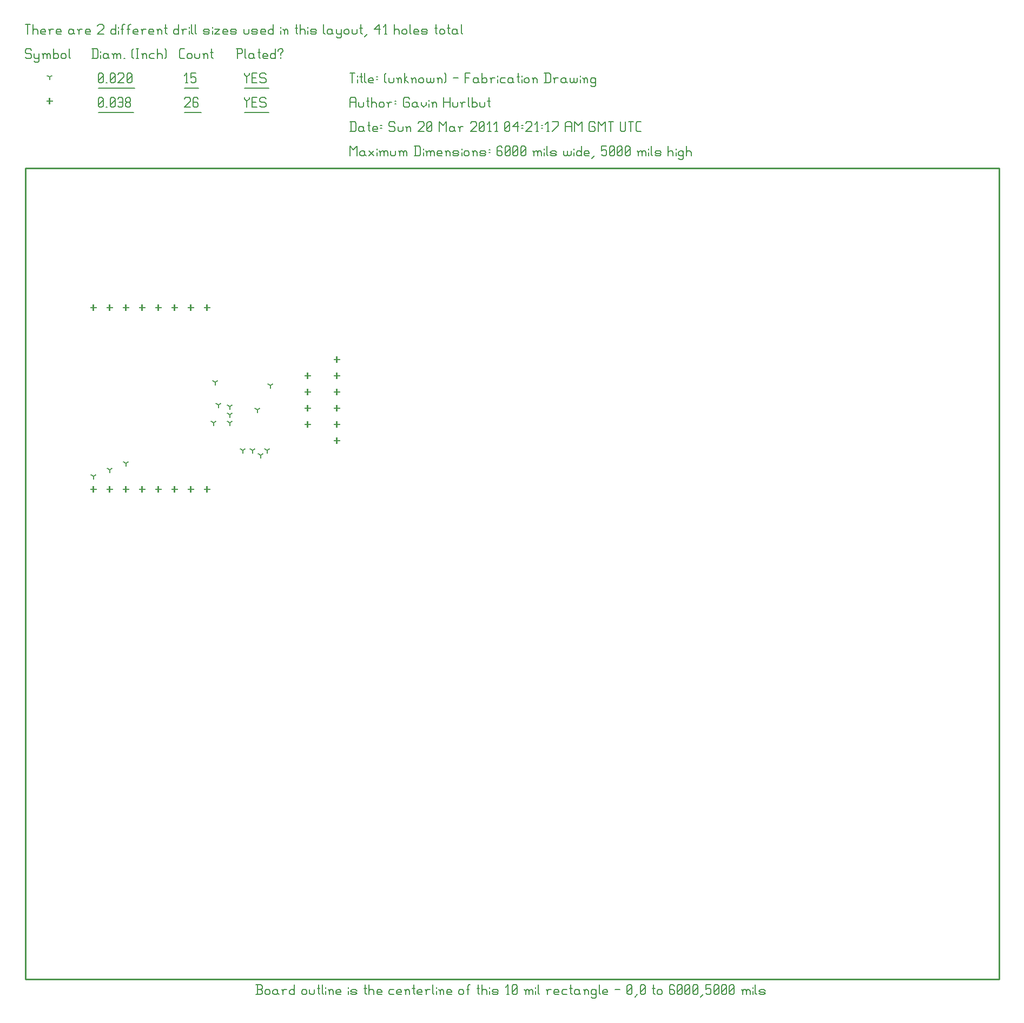
<source format=gbr>
G04 start of page 11 for group -3984 idx -3984 *
G04 Title: (unknown), fab *
G04 Creator: pcb 20091103 *
G04 CreationDate: Sun 20 Mar 2011 04:21:17 AM GMT UTC *
G04 For: gjhurlbu *
G04 Format: Gerber/RS-274X *
G04 PCB-Dimensions: 600000 500000 *
G04 PCB-Coordinate-Origin: lower left *
%MOIN*%
%FSLAX25Y25*%
%LNFAB*%
%ADD11C,0.0100*%
%ADD24R,0.0080X0.0080*%
%ADD25C,0.0060*%
G54D24*X174000Y373600D02*Y370400D01*
X172400Y372000D02*X175600D01*
X174000Y363600D02*Y360400D01*
X172400Y362000D02*X175600D01*
X174000Y353600D02*Y350400D01*
X172400Y352000D02*X175600D01*
X174000Y343600D02*Y340400D01*
X172400Y342000D02*X175600D01*
X42000Y303600D02*Y300400D01*
X40400Y302000D02*X43600D01*
X52000Y303600D02*Y300400D01*
X50400Y302000D02*X53600D01*
X62000Y303600D02*Y300400D01*
X60400Y302000D02*X63600D01*
X72000Y303600D02*Y300400D01*
X70400Y302000D02*X73600D01*
X82000Y303600D02*Y300400D01*
X80400Y302000D02*X83600D01*
X92000Y303600D02*Y300400D01*
X90400Y302000D02*X93600D01*
X102000Y303600D02*Y300400D01*
X100400Y302000D02*X103600D01*
X112000Y303600D02*Y300400D01*
X110400Y302000D02*X113600D01*
X42000Y415600D02*Y412400D01*
X40400Y414000D02*X43600D01*
X52000Y415600D02*Y412400D01*
X50400Y414000D02*X53600D01*
X62000Y415600D02*Y412400D01*
X60400Y414000D02*X63600D01*
X72000Y415600D02*Y412400D01*
X70400Y414000D02*X73600D01*
X82000Y415600D02*Y412400D01*
X80400Y414000D02*X83600D01*
X92000Y415600D02*Y412400D01*
X90400Y414000D02*X93600D01*
X102000Y415600D02*Y412400D01*
X100400Y414000D02*X103600D01*
X112000Y415600D02*Y412400D01*
X110400Y414000D02*X113600D01*
X192000Y383600D02*Y380400D01*
X190400Y382000D02*X193600D01*
X192000Y373600D02*Y370400D01*
X190400Y372000D02*X193600D01*
X192000Y363600D02*Y360400D01*
X190400Y362000D02*X193600D01*
X192000Y353600D02*Y350400D01*
X190400Y352000D02*X193600D01*
X192000Y343600D02*Y340400D01*
X190400Y342000D02*X193600D01*
X192000Y333600D02*Y330400D01*
X190400Y332000D02*X193600D01*
X15000Y542850D02*Y539650D01*
X13400Y541250D02*X16600D01*
G54D25*X135000Y543500D02*Y542750D01*
X136500Y541250D01*
X138000Y542750D01*
Y543500D02*Y542750D01*
X136500Y541250D02*Y537500D01*
X139801Y540500D02*X142051D01*
X139801Y537500D02*X142801D01*
X139801Y543500D02*Y537500D01*
Y543500D02*X142801D01*
X147603D02*X148353Y542750D01*
X145353Y543500D02*X147603D01*
X144603Y542750D02*X145353Y543500D01*
X144603Y542750D02*Y541250D01*
X145353Y540500D01*
X147603D01*
X148353Y539750D01*
Y538250D01*
X147603Y537500D02*X148353Y538250D01*
X145353Y537500D02*X147603D01*
X144603Y538250D02*X145353Y537500D01*
X135000Y534249D02*X150154D01*
X98000Y542750D02*X98750Y543500D01*
X101000D01*
X101750Y542750D01*
Y541250D01*
X98000Y537500D02*X101750Y541250D01*
X98000Y537500D02*X101750D01*
X105801Y543500D02*X106551Y542750D01*
X104301Y543500D02*X105801D01*
X103551Y542750D02*X104301Y543500D01*
X103551Y542750D02*Y538250D01*
X104301Y537500D01*
X105801Y540500D02*X106551Y539750D01*
X103551Y540500D02*X105801D01*
X104301Y537500D02*X105801D01*
X106551Y538250D01*
Y539750D02*Y538250D01*
X98000Y534249D02*X108353D01*
X45000Y538250D02*X45750Y537500D01*
X45000Y542750D02*Y538250D01*
Y542750D02*X45750Y543500D01*
X47250D01*
X48000Y542750D01*
Y538250D01*
X47250Y537500D02*X48000Y538250D01*
X45750Y537500D02*X47250D01*
X45000Y539000D02*X48000Y542000D01*
X49801Y537500D02*X50551D01*
X52353Y538250D02*X53103Y537500D01*
X52353Y542750D02*Y538250D01*
Y542750D02*X53103Y543500D01*
X54603D01*
X55353Y542750D01*
Y538250D01*
X54603Y537500D02*X55353Y538250D01*
X53103Y537500D02*X54603D01*
X52353Y539000D02*X55353Y542000D01*
X57154Y542750D02*X57904Y543500D01*
X59404D01*
X60154Y542750D01*
Y538250D01*
X59404Y537500D02*X60154Y538250D01*
X57904Y537500D02*X59404D01*
X57154Y538250D02*X57904Y537500D01*
Y540500D02*X60154D01*
X61956Y538250D02*X62706Y537500D01*
X61956Y539750D02*Y538250D01*
Y539750D02*X62706Y540500D01*
X64206D01*
X64956Y539750D01*
Y538250D01*
X64206Y537500D02*X64956Y538250D01*
X62706Y537500D02*X64206D01*
X61956Y541250D02*X62706Y540500D01*
X61956Y542750D02*Y541250D01*
Y542750D02*X62706Y543500D01*
X64206D01*
X64956Y542750D01*
Y541250D01*
X64206Y540500D02*X64956Y541250D01*
X45000Y534249D02*X66757D01*
X149000Y326000D02*Y324400D01*
Y326000D02*X150386Y326800D01*
X149000Y326000D02*X147614Y326800D01*
X143000Y351000D02*Y349400D01*
Y351000D02*X144386Y351800D01*
X143000Y351000D02*X141614Y351800D01*
X151000Y366000D02*Y364400D01*
Y366000D02*X152386Y366800D01*
X151000Y366000D02*X149614Y366800D01*
X145000Y323000D02*Y321400D01*
Y323000D02*X146386Y323800D01*
X145000Y323000D02*X143614Y323800D01*
X134000Y326000D02*Y324400D01*
Y326000D02*X135386Y326800D01*
X134000Y326000D02*X132614Y326800D01*
X119000Y354000D02*Y352400D01*
Y354000D02*X120386Y354800D01*
X119000Y354000D02*X117614Y354800D01*
X42000Y310000D02*Y308400D01*
Y310000D02*X43386Y310800D01*
X42000Y310000D02*X40614Y310800D01*
X52000Y314000D02*Y312400D01*
Y314000D02*X53386Y314800D01*
X52000Y314000D02*X50614Y314800D01*
X62000Y318000D02*Y316400D01*
Y318000D02*X63386Y318800D01*
X62000Y318000D02*X60614Y318800D01*
X126000Y353000D02*Y351400D01*
Y353000D02*X127386Y353800D01*
X126000Y353000D02*X124614Y353800D01*
X126000Y348000D02*Y346400D01*
Y348000D02*X127386Y348800D01*
X126000Y348000D02*X124614Y348800D01*
X140000Y326000D02*Y324400D01*
Y326000D02*X141386Y326800D01*
X140000Y326000D02*X138614Y326800D01*
X126000Y343000D02*Y341400D01*
Y343000D02*X127386Y343800D01*
X126000Y343000D02*X124614Y343800D01*
X116000Y343000D02*Y341400D01*
Y343000D02*X117386Y343800D01*
X116000Y343000D02*X114614Y343800D01*
X117000Y368000D02*Y366400D01*
Y368000D02*X118386Y368800D01*
X117000Y368000D02*X115614Y368800D01*
X15000Y556250D02*Y554650D01*
Y556250D02*X16386Y557050D01*
X15000Y556250D02*X13614Y557050D01*
X135000Y558500D02*Y557750D01*
X136500Y556250D01*
X138000Y557750D01*
Y558500D02*Y557750D01*
X136500Y556250D02*Y552500D01*
X139801Y555500D02*X142051D01*
X139801Y552500D02*X142801D01*
X139801Y558500D02*Y552500D01*
Y558500D02*X142801D01*
X147603D02*X148353Y557750D01*
X145353Y558500D02*X147603D01*
X144603Y557750D02*X145353Y558500D01*
X144603Y557750D02*Y556250D01*
X145353Y555500D01*
X147603D01*
X148353Y554750D01*
Y553250D01*
X147603Y552500D02*X148353Y553250D01*
X145353Y552500D02*X147603D01*
X144603Y553250D02*X145353Y552500D01*
X135000Y549249D02*X150154D01*
X98750Y552500D02*X100250D01*
X99500Y558500D02*Y552500D01*
X98000Y557000D02*X99500Y558500D01*
X102051D02*X105051D01*
X102051D02*Y555500D01*
X102801Y556250D01*
X104301D01*
X105051Y555500D01*
Y553250D01*
X104301Y552500D02*X105051Y553250D01*
X102801Y552500D02*X104301D01*
X102051Y553250D02*X102801Y552500D01*
X98000Y549249D02*X106853D01*
X45000Y553250D02*X45750Y552500D01*
X45000Y557750D02*Y553250D01*
Y557750D02*X45750Y558500D01*
X47250D01*
X48000Y557750D01*
Y553250D01*
X47250Y552500D02*X48000Y553250D01*
X45750Y552500D02*X47250D01*
X45000Y554000D02*X48000Y557000D01*
X49801Y552500D02*X50551D01*
X52353Y553250D02*X53103Y552500D01*
X52353Y557750D02*Y553250D01*
Y557750D02*X53103Y558500D01*
X54603D01*
X55353Y557750D01*
Y553250D01*
X54603Y552500D02*X55353Y553250D01*
X53103Y552500D02*X54603D01*
X52353Y554000D02*X55353Y557000D01*
X57154Y557750D02*X57904Y558500D01*
X60154D01*
X60904Y557750D01*
Y556250D01*
X57154Y552500D02*X60904Y556250D01*
X57154Y552500D02*X60904D01*
X62706Y553250D02*X63456Y552500D01*
X62706Y557750D02*Y553250D01*
Y557750D02*X63456Y558500D01*
X64956D01*
X65706Y557750D01*
Y553250D01*
X64956Y552500D02*X65706Y553250D01*
X63456Y552500D02*X64956D01*
X62706Y554000D02*X65706Y557000D01*
X45000Y549249D02*X67507D01*
X3000Y573500D02*X3750Y572750D01*
X750Y573500D02*X3000D01*
X0Y572750D02*X750Y573500D01*
X0Y572750D02*Y571250D01*
X750Y570500D01*
X3000D01*
X3750Y569750D01*
Y568250D01*
X3000Y567500D02*X3750Y568250D01*
X750Y567500D02*X3000D01*
X0Y568250D02*X750Y567500D01*
X5551Y570500D02*Y568250D01*
X6301Y567500D01*
X8551Y570500D02*Y566000D01*
X7801Y565250D02*X8551Y566000D01*
X6301Y565250D02*X7801D01*
X5551Y566000D02*X6301Y565250D01*
Y567500D02*X7801D01*
X8551Y568250D01*
X11103Y569750D02*Y567500D01*
Y569750D02*X11853Y570500D01*
X12603D01*
X13353Y569750D01*
Y567500D01*
Y569750D02*X14103Y570500D01*
X14853D01*
X15603Y569750D01*
Y567500D01*
X10353Y570500D02*X11103Y569750D01*
X17404Y573500D02*Y567500D01*
Y568250D02*X18154Y567500D01*
X19654D01*
X20404Y568250D01*
Y569750D02*Y568250D01*
X19654Y570500D02*X20404Y569750D01*
X18154Y570500D02*X19654D01*
X17404Y569750D02*X18154Y570500D01*
X22206Y569750D02*Y568250D01*
Y569750D02*X22956Y570500D01*
X24456D01*
X25206Y569750D01*
Y568250D01*
X24456Y567500D02*X25206Y568250D01*
X22956Y567500D02*X24456D01*
X22206Y568250D02*X22956Y567500D01*
X27007Y573500D02*Y568250D01*
X27757Y567500D01*
X41750Y573500D02*Y567500D01*
X44000Y573500D02*X44750Y572750D01*
Y568250D01*
X44000Y567500D02*X44750Y568250D01*
X41000Y567500D02*X44000D01*
X41000Y573500D02*X44000D01*
X46551Y572000D02*Y571250D01*
Y569750D02*Y567500D01*
X50303Y570500D02*X51053Y569750D01*
X48803Y570500D02*X50303D01*
X48053Y569750D02*X48803Y570500D01*
X48053Y569750D02*Y568250D01*
X48803Y567500D01*
X51053Y570500D02*Y568250D01*
X51803Y567500D01*
X48803D02*X50303D01*
X51053Y568250D01*
X54354Y569750D02*Y567500D01*
Y569750D02*X55104Y570500D01*
X55854D01*
X56604Y569750D01*
Y567500D01*
Y569750D02*X57354Y570500D01*
X58104D01*
X58854Y569750D01*
Y567500D01*
X53604Y570500D02*X54354Y569750D01*
X60656Y567500D02*X61406D01*
X65907Y568250D02*X66657Y567500D01*
X65907Y572750D02*X66657Y573500D01*
X65907Y572750D02*Y568250D01*
X68459Y573500D02*X69959D01*
X69209D02*Y567500D01*
X68459D02*X69959D01*
X72510Y569750D02*Y567500D01*
Y569750D02*X73260Y570500D01*
X74010D01*
X74760Y569750D01*
Y567500D01*
X71760Y570500D02*X72510Y569750D01*
X77312Y570500D02*X79562D01*
X76562Y569750D02*X77312Y570500D01*
X76562Y569750D02*Y568250D01*
X77312Y567500D01*
X79562D01*
X81363Y573500D02*Y567500D01*
Y569750D02*X82113Y570500D01*
X83613D01*
X84363Y569750D01*
Y567500D01*
X86165Y573500D02*X86915Y572750D01*
Y568250D01*
X86165Y567500D02*X86915Y568250D01*
X95750Y567500D02*X98000D01*
X95000Y568250D02*X95750Y567500D01*
X95000Y572750D02*Y568250D01*
Y572750D02*X95750Y573500D01*
X98000D01*
X99801Y569750D02*Y568250D01*
Y569750D02*X100551Y570500D01*
X102051D01*
X102801Y569750D01*
Y568250D01*
X102051Y567500D02*X102801Y568250D01*
X100551Y567500D02*X102051D01*
X99801Y568250D02*X100551Y567500D01*
X104603Y570500D02*Y568250D01*
X105353Y567500D01*
X106853D01*
X107603Y568250D01*
Y570500D02*Y568250D01*
X110154Y569750D02*Y567500D01*
Y569750D02*X110904Y570500D01*
X111654D01*
X112404Y569750D01*
Y567500D01*
X109404Y570500D02*X110154Y569750D01*
X114956Y573500D02*Y568250D01*
X115706Y567500D01*
X114206Y571250D02*X115706D01*
X130750Y573500D02*Y567500D01*
X130000Y573500D02*X133000D01*
X133750Y572750D01*
Y571250D01*
X133000Y570500D02*X133750Y571250D01*
X130750Y570500D02*X133000D01*
X135551Y573500D02*Y568250D01*
X136301Y567500D01*
X140053Y570500D02*X140803Y569750D01*
X138553Y570500D02*X140053D01*
X137803Y569750D02*X138553Y570500D01*
X137803Y569750D02*Y568250D01*
X138553Y567500D01*
X140803Y570500D02*Y568250D01*
X141553Y567500D01*
X138553D02*X140053D01*
X140803Y568250D01*
X144104Y573500D02*Y568250D01*
X144854Y567500D01*
X143354Y571250D02*X144854D01*
X147106Y567500D02*X149356D01*
X146356Y568250D02*X147106Y567500D01*
X146356Y569750D02*Y568250D01*
Y569750D02*X147106Y570500D01*
X148606D01*
X149356Y569750D01*
X146356Y569000D02*X149356D01*
Y569750D02*Y569000D01*
X154157Y573500D02*Y567500D01*
X153407D02*X154157Y568250D01*
X151907Y567500D02*X153407D01*
X151157Y568250D02*X151907Y567500D01*
X151157Y569750D02*Y568250D01*
Y569750D02*X151907Y570500D01*
X153407D01*
X154157Y569750D01*
X157459Y570500D02*Y569750D01*
Y568250D02*Y567500D01*
X155959Y572750D02*Y572000D01*
Y572750D02*X156709Y573500D01*
X158209D01*
X158959Y572750D01*
Y572000D01*
X157459Y570500D02*X158959Y572000D01*
X0Y588500D02*X3000D01*
X1500D02*Y582500D01*
X4801Y588500D02*Y582500D01*
Y584750D02*X5551Y585500D01*
X7051D01*
X7801Y584750D01*
Y582500D01*
X10353D02*X12603D01*
X9603Y583250D02*X10353Y582500D01*
X9603Y584750D02*Y583250D01*
Y584750D02*X10353Y585500D01*
X11853D01*
X12603Y584750D01*
X9603Y584000D02*X12603D01*
Y584750D02*Y584000D01*
X15154Y584750D02*Y582500D01*
Y584750D02*X15904Y585500D01*
X17404D01*
X14404D02*X15154Y584750D01*
X19956Y582500D02*X22206D01*
X19206Y583250D02*X19956Y582500D01*
X19206Y584750D02*Y583250D01*
Y584750D02*X19956Y585500D01*
X21456D01*
X22206Y584750D01*
X19206Y584000D02*X22206D01*
Y584750D02*Y584000D01*
X28957Y585500D02*X29707Y584750D01*
X27457Y585500D02*X28957D01*
X26707Y584750D02*X27457Y585500D01*
X26707Y584750D02*Y583250D01*
X27457Y582500D01*
X29707Y585500D02*Y583250D01*
X30457Y582500D01*
X27457D02*X28957D01*
X29707Y583250D01*
X33009Y584750D02*Y582500D01*
Y584750D02*X33759Y585500D01*
X35259D01*
X32259D02*X33009Y584750D01*
X37810Y582500D02*X40060D01*
X37060Y583250D02*X37810Y582500D01*
X37060Y584750D02*Y583250D01*
Y584750D02*X37810Y585500D01*
X39310D01*
X40060Y584750D01*
X37060Y584000D02*X40060D01*
Y584750D02*Y584000D01*
X44562Y587750D02*X45312Y588500D01*
X47562D01*
X48312Y587750D01*
Y586250D01*
X44562Y582500D02*X48312Y586250D01*
X44562Y582500D02*X48312D01*
X55813Y588500D02*Y582500D01*
X55063D02*X55813Y583250D01*
X53563Y582500D02*X55063D01*
X52813Y583250D02*X53563Y582500D01*
X52813Y584750D02*Y583250D01*
Y584750D02*X53563Y585500D01*
X55063D01*
X55813Y584750D01*
X57615Y587000D02*Y586250D01*
Y584750D02*Y582500D01*
X59866Y587750D02*Y582500D01*
Y587750D02*X60616Y588500D01*
X61366D01*
X59116Y585500D02*X60616D01*
X63618Y587750D02*Y582500D01*
Y587750D02*X64368Y588500D01*
X65118D01*
X62868Y585500D02*X64368D01*
X67369Y582500D02*X69619D01*
X66619Y583250D02*X67369Y582500D01*
X66619Y584750D02*Y583250D01*
Y584750D02*X67369Y585500D01*
X68869D01*
X69619Y584750D01*
X66619Y584000D02*X69619D01*
Y584750D02*Y584000D01*
X72171Y584750D02*Y582500D01*
Y584750D02*X72921Y585500D01*
X74421D01*
X71421D02*X72171Y584750D01*
X76972Y582500D02*X79222D01*
X76222Y583250D02*X76972Y582500D01*
X76222Y584750D02*Y583250D01*
Y584750D02*X76972Y585500D01*
X78472D01*
X79222Y584750D01*
X76222Y584000D02*X79222D01*
Y584750D02*Y584000D01*
X81774Y584750D02*Y582500D01*
Y584750D02*X82524Y585500D01*
X83274D01*
X84024Y584750D01*
Y582500D01*
X81024Y585500D02*X81774Y584750D01*
X86575Y588500D02*Y583250D01*
X87325Y582500D01*
X85825Y586250D02*X87325D01*
X94527Y588500D02*Y582500D01*
X93777D02*X94527Y583250D01*
X92277Y582500D02*X93777D01*
X91527Y583250D02*X92277Y582500D01*
X91527Y584750D02*Y583250D01*
Y584750D02*X92277Y585500D01*
X93777D01*
X94527Y584750D01*
X97078D02*Y582500D01*
Y584750D02*X97828Y585500D01*
X99328D01*
X96328D02*X97078Y584750D01*
X101130Y587000D02*Y586250D01*
Y584750D02*Y582500D01*
X102631Y588500D02*Y583250D01*
X103381Y582500D01*
X104883Y588500D02*Y583250D01*
X105633Y582500D01*
X110584D02*X112834D01*
X113584Y583250D01*
X112834Y584000D02*X113584Y583250D01*
X110584Y584000D02*X112834D01*
X109834Y584750D02*X110584Y584000D01*
X109834Y584750D02*X110584Y585500D01*
X112834D01*
X113584Y584750D01*
X109834Y583250D02*X110584Y582500D01*
X115386Y587000D02*Y586250D01*
Y584750D02*Y582500D01*
X116887Y585500D02*X119887D01*
X116887Y582500D02*X119887Y585500D01*
X116887Y582500D02*X119887D01*
X122439D02*X124689D01*
X121689Y583250D02*X122439Y582500D01*
X121689Y584750D02*Y583250D01*
Y584750D02*X122439Y585500D01*
X123939D01*
X124689Y584750D01*
X121689Y584000D02*X124689D01*
Y584750D02*Y584000D01*
X127240Y582500D02*X129490D01*
X130240Y583250D01*
X129490Y584000D02*X130240Y583250D01*
X127240Y584000D02*X129490D01*
X126490Y584750D02*X127240Y584000D01*
X126490Y584750D02*X127240Y585500D01*
X129490D01*
X130240Y584750D01*
X126490Y583250D02*X127240Y582500D01*
X134742Y585500D02*Y583250D01*
X135492Y582500D01*
X136992D01*
X137742Y583250D01*
Y585500D02*Y583250D01*
X140293Y582500D02*X142543D01*
X143293Y583250D01*
X142543Y584000D02*X143293Y583250D01*
X140293Y584000D02*X142543D01*
X139543Y584750D02*X140293Y584000D01*
X139543Y584750D02*X140293Y585500D01*
X142543D01*
X143293Y584750D01*
X139543Y583250D02*X140293Y582500D01*
X145845D02*X148095D01*
X145095Y583250D02*X145845Y582500D01*
X145095Y584750D02*Y583250D01*
Y584750D02*X145845Y585500D01*
X147345D01*
X148095Y584750D01*
X145095Y584000D02*X148095D01*
Y584750D02*Y584000D01*
X152896Y588500D02*Y582500D01*
X152146D02*X152896Y583250D01*
X150646Y582500D02*X152146D01*
X149896Y583250D02*X150646Y582500D01*
X149896Y584750D02*Y583250D01*
Y584750D02*X150646Y585500D01*
X152146D01*
X152896Y584750D01*
X157398Y587000D02*Y586250D01*
Y584750D02*Y582500D01*
X159649Y584750D02*Y582500D01*
Y584750D02*X160399Y585500D01*
X161149D01*
X161899Y584750D01*
Y582500D01*
X158899Y585500D02*X159649Y584750D01*
X167151Y588500D02*Y583250D01*
X167901Y582500D01*
X166401Y586250D02*X167901D01*
X169402Y588500D02*Y582500D01*
Y584750D02*X170152Y585500D01*
X171652D01*
X172402Y584750D01*
Y582500D01*
X174204Y587000D02*Y586250D01*
Y584750D02*Y582500D01*
X176455D02*X178705D01*
X179455Y583250D01*
X178705Y584000D02*X179455Y583250D01*
X176455Y584000D02*X178705D01*
X175705Y584750D02*X176455Y584000D01*
X175705Y584750D02*X176455Y585500D01*
X178705D01*
X179455Y584750D01*
X175705Y583250D02*X176455Y582500D01*
X183957Y588500D02*Y583250D01*
X184707Y582500D01*
X188458Y585500D02*X189208Y584750D01*
X186958Y585500D02*X188458D01*
X186208Y584750D02*X186958Y585500D01*
X186208Y584750D02*Y583250D01*
X186958Y582500D01*
X189208Y585500D02*Y583250D01*
X189958Y582500D01*
X186958D02*X188458D01*
X189208Y583250D01*
X191760Y585500D02*Y583250D01*
X192510Y582500D01*
X194760Y585500D02*Y581000D01*
X194010Y580250D02*X194760Y581000D01*
X192510Y580250D02*X194010D01*
X191760Y581000D02*X192510Y580250D01*
Y582500D02*X194010D01*
X194760Y583250D01*
X196561Y584750D02*Y583250D01*
Y584750D02*X197311Y585500D01*
X198811D01*
X199561Y584750D01*
Y583250D01*
X198811Y582500D02*X199561Y583250D01*
X197311Y582500D02*X198811D01*
X196561Y583250D02*X197311Y582500D01*
X201363Y585500D02*Y583250D01*
X202113Y582500D01*
X203613D01*
X204363Y583250D01*
Y585500D02*Y583250D01*
X206914Y588500D02*Y583250D01*
X207664Y582500D01*
X206164Y586250D02*X207664D01*
X209166Y581000D02*X210666Y582500D01*
X215167Y585500D02*X218167Y588500D01*
X215167Y585500D02*X218917D01*
X218167Y588500D02*Y582500D01*
X221469D02*X222969D01*
X222219Y588500D02*Y582500D01*
X220719Y587000D02*X222219Y588500D01*
X227470D02*Y582500D01*
Y584750D02*X228220Y585500D01*
X229720D01*
X230470Y584750D01*
Y582500D01*
X232272Y584750D02*Y583250D01*
Y584750D02*X233022Y585500D01*
X234522D01*
X235272Y584750D01*
Y583250D01*
X234522Y582500D02*X235272Y583250D01*
X233022Y582500D02*X234522D01*
X232272Y583250D02*X233022Y582500D01*
X237073Y588500D02*Y583250D01*
X237823Y582500D01*
X240075D02*X242325D01*
X239325Y583250D02*X240075Y582500D01*
X239325Y584750D02*Y583250D01*
Y584750D02*X240075Y585500D01*
X241575D01*
X242325Y584750D01*
X239325Y584000D02*X242325D01*
Y584750D02*Y584000D01*
X244876Y582500D02*X247126D01*
X247876Y583250D01*
X247126Y584000D02*X247876Y583250D01*
X244876Y584000D02*X247126D01*
X244126Y584750D02*X244876Y584000D01*
X244126Y584750D02*X244876Y585500D01*
X247126D01*
X247876Y584750D01*
X244126Y583250D02*X244876Y582500D01*
X253128Y588500D02*Y583250D01*
X253878Y582500D01*
X252378Y586250D02*X253878D01*
X255379Y584750D02*Y583250D01*
Y584750D02*X256129Y585500D01*
X257629D01*
X258379Y584750D01*
Y583250D01*
X257629Y582500D02*X258379Y583250D01*
X256129Y582500D02*X257629D01*
X255379Y583250D02*X256129Y582500D01*
X260931Y588500D02*Y583250D01*
X261681Y582500D01*
X260181Y586250D02*X261681D01*
X265432Y585500D02*X266182Y584750D01*
X263932Y585500D02*X265432D01*
X263182Y584750D02*X263932Y585500D01*
X263182Y584750D02*Y583250D01*
X263932Y582500D01*
X266182Y585500D02*Y583250D01*
X266932Y582500D01*
X263932D02*X265432D01*
X266182Y583250D01*
X268734Y588500D02*Y583250D01*
X269484Y582500D01*
G54D11*X0Y500000D02*X600000D01*
X0D02*Y0D01*
X600000Y500000D02*Y0D01*
X0D02*X600000D01*
G54D25*X200000Y513500D02*Y507500D01*
Y513500D02*X202250Y511250D01*
X204500Y513500D01*
Y507500D01*
X208551Y510500D02*X209301Y509750D01*
X207051Y510500D02*X208551D01*
X206301Y509750D02*X207051Y510500D01*
X206301Y509750D02*Y508250D01*
X207051Y507500D01*
X209301Y510500D02*Y508250D01*
X210051Y507500D01*
X207051D02*X208551D01*
X209301Y508250D01*
X211853Y510500D02*X214853Y507500D01*
X211853D02*X214853Y510500D01*
X216654Y512000D02*Y511250D01*
Y509750D02*Y507500D01*
X218906Y509750D02*Y507500D01*
Y509750D02*X219656Y510500D01*
X220406D01*
X221156Y509750D01*
Y507500D01*
Y509750D02*X221906Y510500D01*
X222656D01*
X223406Y509750D01*
Y507500D01*
X218156Y510500D02*X218906Y509750D01*
X225207Y510500D02*Y508250D01*
X225957Y507500D01*
X227457D01*
X228207Y508250D01*
Y510500D02*Y508250D01*
X230759Y509750D02*Y507500D01*
Y509750D02*X231509Y510500D01*
X232259D01*
X233009Y509750D01*
Y507500D01*
Y509750D02*X233759Y510500D01*
X234509D01*
X235259Y509750D01*
Y507500D01*
X230009Y510500D02*X230759Y509750D01*
X240510Y513500D02*Y507500D01*
X242760Y513500D02*X243510Y512750D01*
Y508250D01*
X242760Y507500D02*X243510Y508250D01*
X239760Y507500D02*X242760D01*
X239760Y513500D02*X242760D01*
X245312Y512000D02*Y511250D01*
Y509750D02*Y507500D01*
X247563Y509750D02*Y507500D01*
Y509750D02*X248313Y510500D01*
X249063D01*
X249813Y509750D01*
Y507500D01*
Y509750D02*X250563Y510500D01*
X251313D01*
X252063Y509750D01*
Y507500D01*
X246813Y510500D02*X247563Y509750D01*
X254615Y507500D02*X256865D01*
X253865Y508250D02*X254615Y507500D01*
X253865Y509750D02*Y508250D01*
Y509750D02*X254615Y510500D01*
X256115D01*
X256865Y509750D01*
X253865Y509000D02*X256865D01*
Y509750D02*Y509000D01*
X259416Y509750D02*Y507500D01*
Y509750D02*X260166Y510500D01*
X260916D01*
X261666Y509750D01*
Y507500D01*
X258666Y510500D02*X259416Y509750D01*
X264218Y507500D02*X266468D01*
X267218Y508250D01*
X266468Y509000D02*X267218Y508250D01*
X264218Y509000D02*X266468D01*
X263468Y509750D02*X264218Y509000D01*
X263468Y509750D02*X264218Y510500D01*
X266468D01*
X267218Y509750D01*
X263468Y508250D02*X264218Y507500D01*
X269019Y512000D02*Y511250D01*
Y509750D02*Y507500D01*
X270521Y509750D02*Y508250D01*
Y509750D02*X271271Y510500D01*
X272771D01*
X273521Y509750D01*
Y508250D01*
X272771Y507500D02*X273521Y508250D01*
X271271Y507500D02*X272771D01*
X270521Y508250D02*X271271Y507500D01*
X276072Y509750D02*Y507500D01*
Y509750D02*X276822Y510500D01*
X277572D01*
X278322Y509750D01*
Y507500D01*
X275322Y510500D02*X276072Y509750D01*
X280874Y507500D02*X283124D01*
X283874Y508250D01*
X283124Y509000D02*X283874Y508250D01*
X280874Y509000D02*X283124D01*
X280124Y509750D02*X280874Y509000D01*
X280124Y509750D02*X280874Y510500D01*
X283124D01*
X283874Y509750D01*
X280124Y508250D02*X280874Y507500D01*
X285675Y511250D02*X286425D01*
X285675Y509750D02*X286425D01*
X293177Y513500D02*X293927Y512750D01*
X291677Y513500D02*X293177D01*
X290927Y512750D02*X291677Y513500D01*
X290927Y512750D02*Y508250D01*
X291677Y507500D01*
X293177Y510500D02*X293927Y509750D01*
X290927Y510500D02*X293177D01*
X291677Y507500D02*X293177D01*
X293927Y508250D01*
Y509750D02*Y508250D01*
X295728D02*X296478Y507500D01*
X295728Y512750D02*Y508250D01*
Y512750D02*X296478Y513500D01*
X297978D01*
X298728Y512750D01*
Y508250D01*
X297978Y507500D02*X298728Y508250D01*
X296478Y507500D02*X297978D01*
X295728Y509000D02*X298728Y512000D01*
X300530Y508250D02*X301280Y507500D01*
X300530Y512750D02*Y508250D01*
Y512750D02*X301280Y513500D01*
X302780D01*
X303530Y512750D01*
Y508250D01*
X302780Y507500D02*X303530Y508250D01*
X301280Y507500D02*X302780D01*
X300530Y509000D02*X303530Y512000D01*
X305331Y508250D02*X306081Y507500D01*
X305331Y512750D02*Y508250D01*
Y512750D02*X306081Y513500D01*
X307581D01*
X308331Y512750D01*
Y508250D01*
X307581Y507500D02*X308331Y508250D01*
X306081Y507500D02*X307581D01*
X305331Y509000D02*X308331Y512000D01*
X313583Y509750D02*Y507500D01*
Y509750D02*X314333Y510500D01*
X315083D01*
X315833Y509750D01*
Y507500D01*
Y509750D02*X316583Y510500D01*
X317333D01*
X318083Y509750D01*
Y507500D01*
X312833Y510500D02*X313583Y509750D01*
X319884Y512000D02*Y511250D01*
Y509750D02*Y507500D01*
X321386Y513500D02*Y508250D01*
X322136Y507500D01*
X324387D02*X326637D01*
X327387Y508250D01*
X326637Y509000D02*X327387Y508250D01*
X324387Y509000D02*X326637D01*
X323637Y509750D02*X324387Y509000D01*
X323637Y509750D02*X324387Y510500D01*
X326637D01*
X327387Y509750D01*
X323637Y508250D02*X324387Y507500D01*
X331889Y510500D02*Y508250D01*
X332639Y507500D01*
X333389D01*
X334139Y508250D01*
Y510500D02*Y508250D01*
X334889Y507500D01*
X335639D01*
X336389Y508250D01*
Y510500D02*Y508250D01*
X338190Y512000D02*Y511250D01*
Y509750D02*Y507500D01*
X342692Y513500D02*Y507500D01*
X341942D02*X342692Y508250D01*
X340442Y507500D02*X341942D01*
X339692Y508250D02*X340442Y507500D01*
X339692Y509750D02*Y508250D01*
Y509750D02*X340442Y510500D01*
X341942D01*
X342692Y509750D01*
X345243Y507500D02*X347493D01*
X344493Y508250D02*X345243Y507500D01*
X344493Y509750D02*Y508250D01*
Y509750D02*X345243Y510500D01*
X346743D01*
X347493Y509750D01*
X344493Y509000D02*X347493D01*
Y509750D02*Y509000D01*
X349295Y506000D02*X350795Y507500D01*
X355296Y513500D02*X358296D01*
X355296D02*Y510500D01*
X356046Y511250D01*
X357546D01*
X358296Y510500D01*
Y508250D01*
X357546Y507500D02*X358296Y508250D01*
X356046Y507500D02*X357546D01*
X355296Y508250D02*X356046Y507500D01*
X360098Y508250D02*X360848Y507500D01*
X360098Y512750D02*Y508250D01*
Y512750D02*X360848Y513500D01*
X362348D01*
X363098Y512750D01*
Y508250D01*
X362348Y507500D02*X363098Y508250D01*
X360848Y507500D02*X362348D01*
X360098Y509000D02*X363098Y512000D01*
X364899Y508250D02*X365649Y507500D01*
X364899Y512750D02*Y508250D01*
Y512750D02*X365649Y513500D01*
X367149D01*
X367899Y512750D01*
Y508250D01*
X367149Y507500D02*X367899Y508250D01*
X365649Y507500D02*X367149D01*
X364899Y509000D02*X367899Y512000D01*
X369701Y508250D02*X370451Y507500D01*
X369701Y512750D02*Y508250D01*
Y512750D02*X370451Y513500D01*
X371951D01*
X372701Y512750D01*
Y508250D01*
X371951Y507500D02*X372701Y508250D01*
X370451Y507500D02*X371951D01*
X369701Y509000D02*X372701Y512000D01*
X377952Y509750D02*Y507500D01*
Y509750D02*X378702Y510500D01*
X379452D01*
X380202Y509750D01*
Y507500D01*
Y509750D02*X380952Y510500D01*
X381702D01*
X382452Y509750D01*
Y507500D01*
X377202Y510500D02*X377952Y509750D01*
X384254Y512000D02*Y511250D01*
Y509750D02*Y507500D01*
X385755Y513500D02*Y508250D01*
X386505Y507500D01*
X388757D02*X391007D01*
X391757Y508250D01*
X391007Y509000D02*X391757Y508250D01*
X388757Y509000D02*X391007D01*
X388007Y509750D02*X388757Y509000D01*
X388007Y509750D02*X388757Y510500D01*
X391007D01*
X391757Y509750D01*
X388007Y508250D02*X388757Y507500D01*
X396258Y513500D02*Y507500D01*
Y509750D02*X397008Y510500D01*
X398508D01*
X399258Y509750D01*
Y507500D01*
X401060Y512000D02*Y511250D01*
Y509750D02*Y507500D01*
X404811Y510500D02*X405561Y509750D01*
X403311Y510500D02*X404811D01*
X402561Y509750D02*X403311Y510500D01*
X402561Y509750D02*Y508250D01*
X403311Y507500D01*
X404811D01*
X405561Y508250D01*
X402561Y506000D02*X403311Y505250D01*
X404811D01*
X405561Y506000D01*
Y510500D02*Y506000D01*
X407363Y513500D02*Y507500D01*
Y509750D02*X408113Y510500D01*
X409613D01*
X410363Y509750D01*
Y507500D01*
X142226Y-9500D02*X145226D01*
X145976Y-8750D01*
Y-7250D02*Y-8750D01*
X145226Y-6500D02*X145976Y-7250D01*
X142976Y-6500D02*X145226D01*
X142976Y-3500D02*Y-9500D01*
X142226Y-3500D02*X145226D01*
X145976Y-4250D01*
Y-5750D01*
X145226Y-6500D02*X145976Y-5750D01*
X147777Y-7250D02*Y-8750D01*
Y-7250D02*X148527Y-6500D01*
X150027D01*
X150777Y-7250D01*
Y-8750D01*
X150027Y-9500D02*X150777Y-8750D01*
X148527Y-9500D02*X150027D01*
X147777Y-8750D02*X148527Y-9500D01*
X154829Y-6500D02*X155579Y-7250D01*
X153329Y-6500D02*X154829D01*
X152579Y-7250D02*X153329Y-6500D01*
X152579Y-7250D02*Y-8750D01*
X153329Y-9500D01*
X155579Y-6500D02*Y-8750D01*
X156329Y-9500D01*
X153329D02*X154829D01*
X155579Y-8750D01*
X158880Y-7250D02*Y-9500D01*
Y-7250D02*X159630Y-6500D01*
X161130D01*
X158130D02*X158880Y-7250D01*
X165932Y-3500D02*Y-9500D01*
X165182D02*X165932Y-8750D01*
X163682Y-9500D02*X165182D01*
X162932Y-8750D02*X163682Y-9500D01*
X162932Y-7250D02*Y-8750D01*
Y-7250D02*X163682Y-6500D01*
X165182D01*
X165932Y-7250D01*
X170433D02*Y-8750D01*
Y-7250D02*X171183Y-6500D01*
X172683D01*
X173433Y-7250D01*
Y-8750D01*
X172683Y-9500D02*X173433Y-8750D01*
X171183Y-9500D02*X172683D01*
X170433Y-8750D02*X171183Y-9500D01*
X175235Y-6500D02*Y-8750D01*
X175985Y-9500D01*
X177485D01*
X178235Y-8750D01*
Y-6500D02*Y-8750D01*
X180786Y-3500D02*Y-8750D01*
X181536Y-9500D01*
X180036Y-5750D02*X181536D01*
X183038Y-3500D02*Y-8750D01*
X183788Y-9500D01*
X185289Y-5000D02*Y-5750D01*
Y-7250D02*Y-9500D01*
X187541Y-7250D02*Y-9500D01*
Y-7250D02*X188291Y-6500D01*
X189041D01*
X189791Y-7250D01*
Y-9500D01*
X186791Y-6500D02*X187541Y-7250D01*
X192342Y-9500D02*X194592D01*
X191592Y-8750D02*X192342Y-9500D01*
X191592Y-7250D02*Y-8750D01*
Y-7250D02*X192342Y-6500D01*
X193842D01*
X194592Y-7250D01*
X191592Y-8000D02*X194592D01*
Y-7250D02*Y-8000D01*
X199094Y-5000D02*Y-5750D01*
Y-7250D02*Y-9500D01*
X201345D02*X203595D01*
X204345Y-8750D01*
X203595Y-8000D02*X204345Y-8750D01*
X201345Y-8000D02*X203595D01*
X200595Y-7250D02*X201345Y-8000D01*
X200595Y-7250D02*X201345Y-6500D01*
X203595D01*
X204345Y-7250D01*
X200595Y-8750D02*X201345Y-9500D01*
X209597Y-3500D02*Y-8750D01*
X210347Y-9500D01*
X208847Y-5750D02*X210347D01*
X211848Y-3500D02*Y-9500D01*
Y-7250D02*X212598Y-6500D01*
X214098D01*
X214848Y-7250D01*
Y-9500D01*
X217400D02*X219650D01*
X216650Y-8750D02*X217400Y-9500D01*
X216650Y-7250D02*Y-8750D01*
Y-7250D02*X217400Y-6500D01*
X218900D01*
X219650Y-7250D01*
X216650Y-8000D02*X219650D01*
Y-7250D02*Y-8000D01*
X224901Y-6500D02*X227151D01*
X224151Y-7250D02*X224901Y-6500D01*
X224151Y-7250D02*Y-8750D01*
X224901Y-9500D01*
X227151D01*
X229703D02*X231953D01*
X228953Y-8750D02*X229703Y-9500D01*
X228953Y-7250D02*Y-8750D01*
Y-7250D02*X229703Y-6500D01*
X231203D01*
X231953Y-7250D01*
X228953Y-8000D02*X231953D01*
Y-7250D02*Y-8000D01*
X234504Y-7250D02*Y-9500D01*
Y-7250D02*X235254Y-6500D01*
X236004D01*
X236754Y-7250D01*
Y-9500D01*
X233754Y-6500D02*X234504Y-7250D01*
X239306Y-3500D02*Y-8750D01*
X240056Y-9500D01*
X238556Y-5750D02*X240056D01*
X242307Y-9500D02*X244557D01*
X241557Y-8750D02*X242307Y-9500D01*
X241557Y-7250D02*Y-8750D01*
Y-7250D02*X242307Y-6500D01*
X243807D01*
X244557Y-7250D01*
X241557Y-8000D02*X244557D01*
Y-7250D02*Y-8000D01*
X247109Y-7250D02*Y-9500D01*
Y-7250D02*X247859Y-6500D01*
X249359D01*
X246359D02*X247109Y-7250D01*
X251160Y-3500D02*Y-8750D01*
X251910Y-9500D01*
X253412Y-5000D02*Y-5750D01*
Y-7250D02*Y-9500D01*
X255663Y-7250D02*Y-9500D01*
Y-7250D02*X256413Y-6500D01*
X257163D01*
X257913Y-7250D01*
Y-9500D01*
X254913Y-6500D02*X255663Y-7250D01*
X260465Y-9500D02*X262715D01*
X259715Y-8750D02*X260465Y-9500D01*
X259715Y-7250D02*Y-8750D01*
Y-7250D02*X260465Y-6500D01*
X261965D01*
X262715Y-7250D01*
X259715Y-8000D02*X262715D01*
Y-7250D02*Y-8000D01*
X267216Y-7250D02*Y-8750D01*
Y-7250D02*X267966Y-6500D01*
X269466D01*
X270216Y-7250D01*
Y-8750D01*
X269466Y-9500D02*X270216Y-8750D01*
X267966Y-9500D02*X269466D01*
X267216Y-8750D02*X267966Y-9500D01*
X272768Y-4250D02*Y-9500D01*
Y-4250D02*X273518Y-3500D01*
X274268D01*
X272018Y-6500D02*X273518D01*
X279219Y-3500D02*Y-8750D01*
X279969Y-9500D01*
X278469Y-5750D02*X279969D01*
X281471Y-3500D02*Y-9500D01*
Y-7250D02*X282221Y-6500D01*
X283721D01*
X284471Y-7250D01*
Y-9500D01*
X286272Y-5000D02*Y-5750D01*
Y-7250D02*Y-9500D01*
X288524D02*X290774D01*
X291524Y-8750D01*
X290774Y-8000D02*X291524Y-8750D01*
X288524Y-8000D02*X290774D01*
X287774Y-7250D02*X288524Y-8000D01*
X287774Y-7250D02*X288524Y-6500D01*
X290774D01*
X291524Y-7250D01*
X287774Y-8750D02*X288524Y-9500D01*
X296775D02*X298275D01*
X297525Y-3500D02*Y-9500D01*
X296025Y-5000D02*X297525Y-3500D01*
X300077Y-8750D02*X300827Y-9500D01*
X300077Y-4250D02*Y-8750D01*
Y-4250D02*X300827Y-3500D01*
X302327D01*
X303077Y-4250D01*
Y-8750D01*
X302327Y-9500D02*X303077Y-8750D01*
X300827Y-9500D02*X302327D01*
X300077Y-8000D02*X303077Y-5000D01*
X308328Y-7250D02*Y-9500D01*
Y-7250D02*X309078Y-6500D01*
X309828D01*
X310578Y-7250D01*
Y-9500D01*
Y-7250D02*X311328Y-6500D01*
X312078D01*
X312828Y-7250D01*
Y-9500D01*
X307578Y-6500D02*X308328Y-7250D01*
X314630Y-5000D02*Y-5750D01*
Y-7250D02*Y-9500D01*
X316131Y-3500D02*Y-8750D01*
X316881Y-9500D01*
X321833Y-7250D02*Y-9500D01*
Y-7250D02*X322583Y-6500D01*
X324083D01*
X321083D02*X321833Y-7250D01*
X326634Y-9500D02*X328884D01*
X325884Y-8750D02*X326634Y-9500D01*
X325884Y-7250D02*Y-8750D01*
Y-7250D02*X326634Y-6500D01*
X328134D01*
X328884Y-7250D01*
X325884Y-8000D02*X328884D01*
Y-7250D02*Y-8000D01*
X331436Y-6500D02*X333686D01*
X330686Y-7250D02*X331436Y-6500D01*
X330686Y-7250D02*Y-8750D01*
X331436Y-9500D01*
X333686D01*
X336237Y-3500D02*Y-8750D01*
X336987Y-9500D01*
X335487Y-5750D02*X336987D01*
X340739Y-6500D02*X341489Y-7250D01*
X339239Y-6500D02*X340739D01*
X338489Y-7250D02*X339239Y-6500D01*
X338489Y-7250D02*Y-8750D01*
X339239Y-9500D01*
X341489Y-6500D02*Y-8750D01*
X342239Y-9500D01*
X339239D02*X340739D01*
X341489Y-8750D01*
X344790Y-7250D02*Y-9500D01*
Y-7250D02*X345540Y-6500D01*
X346290D01*
X347040Y-7250D01*
Y-9500D01*
X344040Y-6500D02*X344790Y-7250D01*
X351092Y-6500D02*X351842Y-7250D01*
X349592Y-6500D02*X351092D01*
X348842Y-7250D02*X349592Y-6500D01*
X348842Y-7250D02*Y-8750D01*
X349592Y-9500D01*
X351092D01*
X351842Y-8750D01*
X348842Y-11000D02*X349592Y-11750D01*
X351092D01*
X351842Y-11000D01*
Y-6500D02*Y-11000D01*
X353643Y-3500D02*Y-8750D01*
X354393Y-9500D01*
X356645D02*X358895D01*
X355895Y-8750D02*X356645Y-9500D01*
X355895Y-7250D02*Y-8750D01*
Y-7250D02*X356645Y-6500D01*
X358145D01*
X358895Y-7250D01*
X355895Y-8000D02*X358895D01*
Y-7250D02*Y-8000D01*
X363396Y-6500D02*X366396D01*
X370898Y-8750D02*X371648Y-9500D01*
X370898Y-4250D02*Y-8750D01*
Y-4250D02*X371648Y-3500D01*
X373148D01*
X373898Y-4250D01*
Y-8750D01*
X373148Y-9500D02*X373898Y-8750D01*
X371648Y-9500D02*X373148D01*
X370898Y-8000D02*X373898Y-5000D01*
X375699Y-11000D02*X377199Y-9500D01*
X379001Y-8750D02*X379751Y-9500D01*
X379001Y-4250D02*Y-8750D01*
Y-4250D02*X379751Y-3500D01*
X381251D01*
X382001Y-4250D01*
Y-8750D01*
X381251Y-9500D02*X382001Y-8750D01*
X379751Y-9500D02*X381251D01*
X379001Y-8000D02*X382001Y-5000D01*
X387252Y-3500D02*Y-8750D01*
X388002Y-9500D01*
X386502Y-5750D02*X388002D01*
X389504Y-7250D02*Y-8750D01*
Y-7250D02*X390254Y-6500D01*
X391754D01*
X392504Y-7250D01*
Y-8750D01*
X391754Y-9500D02*X392504Y-8750D01*
X390254Y-9500D02*X391754D01*
X389504Y-8750D02*X390254Y-9500D01*
X399255Y-3500D02*X400005Y-4250D01*
X397755Y-3500D02*X399255D01*
X397005Y-4250D02*X397755Y-3500D01*
X397005Y-4250D02*Y-8750D01*
X397755Y-9500D01*
X399255Y-6500D02*X400005Y-7250D01*
X397005Y-6500D02*X399255D01*
X397755Y-9500D02*X399255D01*
X400005Y-8750D01*
Y-7250D02*Y-8750D01*
X401807D02*X402557Y-9500D01*
X401807Y-4250D02*Y-8750D01*
Y-4250D02*X402557Y-3500D01*
X404057D01*
X404807Y-4250D01*
Y-8750D01*
X404057Y-9500D02*X404807Y-8750D01*
X402557Y-9500D02*X404057D01*
X401807Y-8000D02*X404807Y-5000D01*
X406608Y-8750D02*X407358Y-9500D01*
X406608Y-4250D02*Y-8750D01*
Y-4250D02*X407358Y-3500D01*
X408858D01*
X409608Y-4250D01*
Y-8750D01*
X408858Y-9500D02*X409608Y-8750D01*
X407358Y-9500D02*X408858D01*
X406608Y-8000D02*X409608Y-5000D01*
X411410Y-8750D02*X412160Y-9500D01*
X411410Y-4250D02*Y-8750D01*
Y-4250D02*X412160Y-3500D01*
X413660D01*
X414410Y-4250D01*
Y-8750D01*
X413660Y-9500D02*X414410Y-8750D01*
X412160Y-9500D02*X413660D01*
X411410Y-8000D02*X414410Y-5000D01*
X416211Y-11000D02*X417711Y-9500D01*
X419513Y-3500D02*X422513D01*
X419513D02*Y-6500D01*
X420263Y-5750D01*
X421763D01*
X422513Y-6500D01*
Y-8750D01*
X421763Y-9500D02*X422513Y-8750D01*
X420263Y-9500D02*X421763D01*
X419513Y-8750D02*X420263Y-9500D01*
X424314Y-8750D02*X425064Y-9500D01*
X424314Y-4250D02*Y-8750D01*
Y-4250D02*X425064Y-3500D01*
X426564D01*
X427314Y-4250D01*
Y-8750D01*
X426564Y-9500D02*X427314Y-8750D01*
X425064Y-9500D02*X426564D01*
X424314Y-8000D02*X427314Y-5000D01*
X429116Y-8750D02*X429866Y-9500D01*
X429116Y-4250D02*Y-8750D01*
Y-4250D02*X429866Y-3500D01*
X431366D01*
X432116Y-4250D01*
Y-8750D01*
X431366Y-9500D02*X432116Y-8750D01*
X429866Y-9500D02*X431366D01*
X429116Y-8000D02*X432116Y-5000D01*
X433917Y-8750D02*X434667Y-9500D01*
X433917Y-4250D02*Y-8750D01*
Y-4250D02*X434667Y-3500D01*
X436167D01*
X436917Y-4250D01*
Y-8750D01*
X436167Y-9500D02*X436917Y-8750D01*
X434667Y-9500D02*X436167D01*
X433917Y-8000D02*X436917Y-5000D01*
X442169Y-7250D02*Y-9500D01*
Y-7250D02*X442919Y-6500D01*
X443669D01*
X444419Y-7250D01*
Y-9500D01*
Y-7250D02*X445169Y-6500D01*
X445919D01*
X446669Y-7250D01*
Y-9500D01*
X441419Y-6500D02*X442169Y-7250D01*
X448470Y-5000D02*Y-5750D01*
Y-7250D02*Y-9500D01*
X449972Y-3500D02*Y-8750D01*
X450722Y-9500D01*
X452973D02*X455223D01*
X455973Y-8750D01*
X455223Y-8000D02*X455973Y-8750D01*
X452973Y-8000D02*X455223D01*
X452223Y-7250D02*X452973Y-8000D01*
X452223Y-7250D02*X452973Y-6500D01*
X455223D01*
X455973Y-7250D01*
X452223Y-8750D02*X452973Y-9500D01*
X200750Y528500D02*Y522500D01*
X203000Y528500D02*X203750Y527750D01*
Y523250D01*
X203000Y522500D02*X203750Y523250D01*
X200000Y522500D02*X203000D01*
X200000Y528500D02*X203000D01*
X207801Y525500D02*X208551Y524750D01*
X206301Y525500D02*X207801D01*
X205551Y524750D02*X206301Y525500D01*
X205551Y524750D02*Y523250D01*
X206301Y522500D01*
X208551Y525500D02*Y523250D01*
X209301Y522500D01*
X206301D02*X207801D01*
X208551Y523250D01*
X211853Y528500D02*Y523250D01*
X212603Y522500D01*
X211103Y526250D02*X212603D01*
X214854Y522500D02*X217104D01*
X214104Y523250D02*X214854Y522500D01*
X214104Y524750D02*Y523250D01*
Y524750D02*X214854Y525500D01*
X216354D01*
X217104Y524750D01*
X214104Y524000D02*X217104D01*
Y524750D02*Y524000D01*
X218906Y526250D02*X219656D01*
X218906Y524750D02*X219656D01*
X227157Y528500D02*X227907Y527750D01*
X224907Y528500D02*X227157D01*
X224157Y527750D02*X224907Y528500D01*
X224157Y527750D02*Y526250D01*
X224907Y525500D01*
X227157D01*
X227907Y524750D01*
Y523250D01*
X227157Y522500D02*X227907Y523250D01*
X224907Y522500D02*X227157D01*
X224157Y523250D02*X224907Y522500D01*
X229709Y525500D02*Y523250D01*
X230459Y522500D01*
X231959D01*
X232709Y523250D01*
Y525500D02*Y523250D01*
X235260Y524750D02*Y522500D01*
Y524750D02*X236010Y525500D01*
X236760D01*
X237510Y524750D01*
Y522500D01*
X234510Y525500D02*X235260Y524750D01*
X242012Y527750D02*X242762Y528500D01*
X245012D01*
X245762Y527750D01*
Y526250D01*
X242012Y522500D02*X245762Y526250D01*
X242012Y522500D02*X245762D01*
X247563Y523250D02*X248313Y522500D01*
X247563Y527750D02*Y523250D01*
Y527750D02*X248313Y528500D01*
X249813D01*
X250563Y527750D01*
Y523250D01*
X249813Y522500D02*X250563Y523250D01*
X248313Y522500D02*X249813D01*
X247563Y524000D02*X250563Y527000D01*
X255065Y528500D02*Y522500D01*
Y528500D02*X257315Y526250D01*
X259565Y528500D01*
Y522500D01*
X263616Y525500D02*X264366Y524750D01*
X262116Y525500D02*X263616D01*
X261366Y524750D02*X262116Y525500D01*
X261366Y524750D02*Y523250D01*
X262116Y522500D01*
X264366Y525500D02*Y523250D01*
X265116Y522500D01*
X262116D02*X263616D01*
X264366Y523250D01*
X267668Y524750D02*Y522500D01*
Y524750D02*X268418Y525500D01*
X269918D01*
X266918D02*X267668Y524750D01*
X274419Y527750D02*X275169Y528500D01*
X277419D01*
X278169Y527750D01*
Y526250D01*
X274419Y522500D02*X278169Y526250D01*
X274419Y522500D02*X278169D01*
X279971Y523250D02*X280721Y522500D01*
X279971Y527750D02*Y523250D01*
Y527750D02*X280721Y528500D01*
X282221D01*
X282971Y527750D01*
Y523250D01*
X282221Y522500D02*X282971Y523250D01*
X280721Y522500D02*X282221D01*
X279971Y524000D02*X282971Y527000D01*
X285522Y522500D02*X287022D01*
X286272Y528500D02*Y522500D01*
X284772Y527000D02*X286272Y528500D01*
X289574Y522500D02*X291074D01*
X290324Y528500D02*Y522500D01*
X288824Y527000D02*X290324Y528500D01*
X295575Y523250D02*X296325Y522500D01*
X295575Y527750D02*Y523250D01*
Y527750D02*X296325Y528500D01*
X297825D01*
X298575Y527750D01*
Y523250D01*
X297825Y522500D02*X298575Y523250D01*
X296325Y522500D02*X297825D01*
X295575Y524000D02*X298575Y527000D01*
X300377Y525500D02*X303377Y528500D01*
X300377Y525500D02*X304127D01*
X303377Y528500D02*Y522500D01*
X305928Y526250D02*X306678D01*
X305928Y524750D02*X306678D01*
X308480Y527750D02*X309230Y528500D01*
X311480D01*
X312230Y527750D01*
Y526250D01*
X308480Y522500D02*X312230Y526250D01*
X308480Y522500D02*X312230D01*
X314781D02*X316281D01*
X315531Y528500D02*Y522500D01*
X314031Y527000D02*X315531Y528500D01*
X318083Y526250D02*X318833D01*
X318083Y524750D02*X318833D01*
X321384Y522500D02*X322884D01*
X322134Y528500D02*Y522500D01*
X320634Y527000D02*X322134Y528500D01*
X324686Y522500D02*X328436Y526250D01*
Y528500D02*Y526250D01*
X324686Y528500D02*X328436D01*
X332937Y527750D02*Y522500D01*
Y527750D02*X333687Y528500D01*
X335937D01*
X336687Y527750D01*
Y522500D01*
X332937Y525500D02*X336687D01*
X338489Y528500D02*Y522500D01*
Y528500D02*X340739Y526250D01*
X342989Y528500D01*
Y522500D01*
X350490Y528500D02*X351240Y527750D01*
X348240Y528500D02*X350490D01*
X347490Y527750D02*X348240Y528500D01*
X347490Y527750D02*Y523250D01*
X348240Y522500D01*
X350490D01*
X351240Y523250D01*
Y524750D02*Y523250D01*
X350490Y525500D02*X351240Y524750D01*
X348990Y525500D02*X350490D01*
X353042Y528500D02*Y522500D01*
Y528500D02*X355292Y526250D01*
X357542Y528500D01*
Y522500D01*
X359343Y528500D02*X362343D01*
X360843D02*Y522500D01*
X366845Y528500D02*Y523250D01*
X367595Y522500D01*
X369095D01*
X369845Y523250D01*
Y528500D02*Y523250D01*
X371646Y528500D02*X374646D01*
X373146D02*Y522500D01*
X377198D02*X379448D01*
X376448Y523250D02*X377198Y522500D01*
X376448Y527750D02*Y523250D01*
Y527750D02*X377198Y528500D01*
X379448D01*
X200000Y542750D02*Y537500D01*
Y542750D02*X200750Y543500D01*
X203000D01*
X203750Y542750D01*
Y537500D01*
X200000Y540500D02*X203750D01*
X205551D02*Y538250D01*
X206301Y537500D01*
X207801D01*
X208551Y538250D01*
Y540500D02*Y538250D01*
X211103Y543500D02*Y538250D01*
X211853Y537500D01*
X210353Y541250D02*X211853D01*
X213354Y543500D02*Y537500D01*
Y539750D02*X214104Y540500D01*
X215604D01*
X216354Y539750D01*
Y537500D01*
X218156Y539750D02*Y538250D01*
Y539750D02*X218906Y540500D01*
X220406D01*
X221156Y539750D01*
Y538250D01*
X220406Y537500D02*X221156Y538250D01*
X218906Y537500D02*X220406D01*
X218156Y538250D02*X218906Y537500D01*
X223707Y539750D02*Y537500D01*
Y539750D02*X224457Y540500D01*
X225957D01*
X222957D02*X223707Y539750D01*
X227759Y541250D02*X228509D01*
X227759Y539750D02*X228509D01*
X236010Y543500D02*X236760Y542750D01*
X233760Y543500D02*X236010D01*
X233010Y542750D02*X233760Y543500D01*
X233010Y542750D02*Y538250D01*
X233760Y537500D01*
X236010D01*
X236760Y538250D01*
Y539750D02*Y538250D01*
X236010Y540500D02*X236760Y539750D01*
X234510Y540500D02*X236010D01*
X240812D02*X241562Y539750D01*
X239312Y540500D02*X240812D01*
X238562Y539750D02*X239312Y540500D01*
X238562Y539750D02*Y538250D01*
X239312Y537500D01*
X241562Y540500D02*Y538250D01*
X242312Y537500D01*
X239312D02*X240812D01*
X241562Y538250D01*
X244113Y540500D02*Y539000D01*
X245613Y537500D01*
X247113Y539000D01*
Y540500D02*Y539000D01*
X248915Y542000D02*Y541250D01*
Y539750D02*Y537500D01*
X251166Y539750D02*Y537500D01*
Y539750D02*X251916Y540500D01*
X252666D01*
X253416Y539750D01*
Y537500D01*
X250416Y540500D02*X251166Y539750D01*
X257918Y543500D02*Y537500D01*
X261668Y543500D02*Y537500D01*
X257918Y540500D02*X261668D01*
X263469D02*Y538250D01*
X264219Y537500D01*
X265719D01*
X266469Y538250D01*
Y540500D02*Y538250D01*
X269021Y539750D02*Y537500D01*
Y539750D02*X269771Y540500D01*
X271271D01*
X268271D02*X269021Y539750D01*
X273072Y543500D02*Y538250D01*
X273822Y537500D01*
X275324Y543500D02*Y537500D01*
Y538250D02*X276074Y537500D01*
X277574D01*
X278324Y538250D01*
Y539750D02*Y538250D01*
X277574Y540500D02*X278324Y539750D01*
X276074Y540500D02*X277574D01*
X275324Y539750D02*X276074Y540500D01*
X280125D02*Y538250D01*
X280875Y537500D01*
X282375D01*
X283125Y538250D01*
Y540500D02*Y538250D01*
X285677Y543500D02*Y538250D01*
X286427Y537500D01*
X284927Y541250D02*X286427D01*
X200000Y558500D02*X203000D01*
X201500D02*Y552500D01*
X204801Y557000D02*Y556250D01*
Y554750D02*Y552500D01*
X207053Y558500D02*Y553250D01*
X207803Y552500D01*
X206303Y556250D02*X207803D01*
X209304Y558500D02*Y553250D01*
X210054Y552500D01*
X212306D02*X214556D01*
X211556Y553250D02*X212306Y552500D01*
X211556Y554750D02*Y553250D01*
Y554750D02*X212306Y555500D01*
X213806D01*
X214556Y554750D01*
X211556Y554000D02*X214556D01*
Y554750D02*Y554000D01*
X216357Y556250D02*X217107D01*
X216357Y554750D02*X217107D01*
X221609Y553250D02*X222359Y552500D01*
X221609Y557750D02*X222359Y558500D01*
X221609Y557750D02*Y553250D01*
X224160Y555500D02*Y553250D01*
X224910Y552500D01*
X226410D01*
X227160Y553250D01*
Y555500D02*Y553250D01*
X229712Y554750D02*Y552500D01*
Y554750D02*X230462Y555500D01*
X231212D01*
X231962Y554750D01*
Y552500D01*
X228962Y555500D02*X229712Y554750D01*
X233763Y558500D02*Y552500D01*
Y554750D02*X236013Y552500D01*
X233763Y554750D02*X235263Y556250D01*
X238565Y554750D02*Y552500D01*
Y554750D02*X239315Y555500D01*
X240065D01*
X240815Y554750D01*
Y552500D01*
X237815Y555500D02*X238565Y554750D01*
X242616D02*Y553250D01*
Y554750D02*X243366Y555500D01*
X244866D01*
X245616Y554750D01*
Y553250D01*
X244866Y552500D02*X245616Y553250D01*
X243366Y552500D02*X244866D01*
X242616Y553250D02*X243366Y552500D01*
X247418Y555500D02*Y553250D01*
X248168Y552500D01*
X248918D01*
X249668Y553250D01*
Y555500D02*Y553250D01*
X250418Y552500D01*
X251168D01*
X251918Y553250D01*
Y555500D02*Y553250D01*
X254469Y554750D02*Y552500D01*
Y554750D02*X255219Y555500D01*
X255969D01*
X256719Y554750D01*
Y552500D01*
X253719Y555500D02*X254469Y554750D01*
X258521Y558500D02*X259271Y557750D01*
Y553250D01*
X258521Y552500D02*X259271Y553250D01*
X263772Y555500D02*X266772D01*
X271274Y558500D02*Y552500D01*
Y558500D02*X274274D01*
X271274Y555500D02*X273524D01*
X278325D02*X279075Y554750D01*
X276825Y555500D02*X278325D01*
X276075Y554750D02*X276825Y555500D01*
X276075Y554750D02*Y553250D01*
X276825Y552500D01*
X279075Y555500D02*Y553250D01*
X279825Y552500D01*
X276825D02*X278325D01*
X279075Y553250D01*
X281627Y558500D02*Y552500D01*
Y553250D02*X282377Y552500D01*
X283877D01*
X284627Y553250D01*
Y554750D02*Y553250D01*
X283877Y555500D02*X284627Y554750D01*
X282377Y555500D02*X283877D01*
X281627Y554750D02*X282377Y555500D01*
X287178Y554750D02*Y552500D01*
Y554750D02*X287928Y555500D01*
X289428D01*
X286428D02*X287178Y554750D01*
X291230Y557000D02*Y556250D01*
Y554750D02*Y552500D01*
X293481Y555500D02*X295731D01*
X292731Y554750D02*X293481Y555500D01*
X292731Y554750D02*Y553250D01*
X293481Y552500D01*
X295731D01*
X299783Y555500D02*X300533Y554750D01*
X298283Y555500D02*X299783D01*
X297533Y554750D02*X298283Y555500D01*
X297533Y554750D02*Y553250D01*
X298283Y552500D01*
X300533Y555500D02*Y553250D01*
X301283Y552500D01*
X298283D02*X299783D01*
X300533Y553250D01*
X303834Y558500D02*Y553250D01*
X304584Y552500D01*
X303084Y556250D02*X304584D01*
X306086Y557000D02*Y556250D01*
Y554750D02*Y552500D01*
X307587Y554750D02*Y553250D01*
Y554750D02*X308337Y555500D01*
X309837D01*
X310587Y554750D01*
Y553250D01*
X309837Y552500D02*X310587Y553250D01*
X308337Y552500D02*X309837D01*
X307587Y553250D02*X308337Y552500D01*
X313139Y554750D02*Y552500D01*
Y554750D02*X313889Y555500D01*
X314639D01*
X315389Y554750D01*
Y552500D01*
X312389Y555500D02*X313139Y554750D01*
X320640Y558500D02*Y552500D01*
X322890Y558500D02*X323640Y557750D01*
Y553250D01*
X322890Y552500D02*X323640Y553250D01*
X319890Y552500D02*X322890D01*
X319890Y558500D02*X322890D01*
X326192Y554750D02*Y552500D01*
Y554750D02*X326942Y555500D01*
X328442D01*
X325442D02*X326192Y554750D01*
X332493Y555500D02*X333243Y554750D01*
X330993Y555500D02*X332493D01*
X330243Y554750D02*X330993Y555500D01*
X330243Y554750D02*Y553250D01*
X330993Y552500D01*
X333243Y555500D02*Y553250D01*
X333993Y552500D01*
X330993D02*X332493D01*
X333243Y553250D01*
X335795Y555500D02*Y553250D01*
X336545Y552500D01*
X337295D01*
X338045Y553250D01*
Y555500D02*Y553250D01*
X338795Y552500D01*
X339545D01*
X340295Y553250D01*
Y555500D02*Y553250D01*
X342096Y557000D02*Y556250D01*
Y554750D02*Y552500D01*
X344348Y554750D02*Y552500D01*
Y554750D02*X345098Y555500D01*
X345848D01*
X346598Y554750D01*
Y552500D01*
X343598Y555500D02*X344348Y554750D01*
X350649Y555500D02*X351399Y554750D01*
X349149Y555500D02*X350649D01*
X348399Y554750D02*X349149Y555500D01*
X348399Y554750D02*Y553250D01*
X349149Y552500D01*
X350649D01*
X351399Y553250D01*
X348399Y551000D02*X349149Y550250D01*
X350649D01*
X351399Y551000D01*
Y555500D02*Y551000D01*
M02*

</source>
